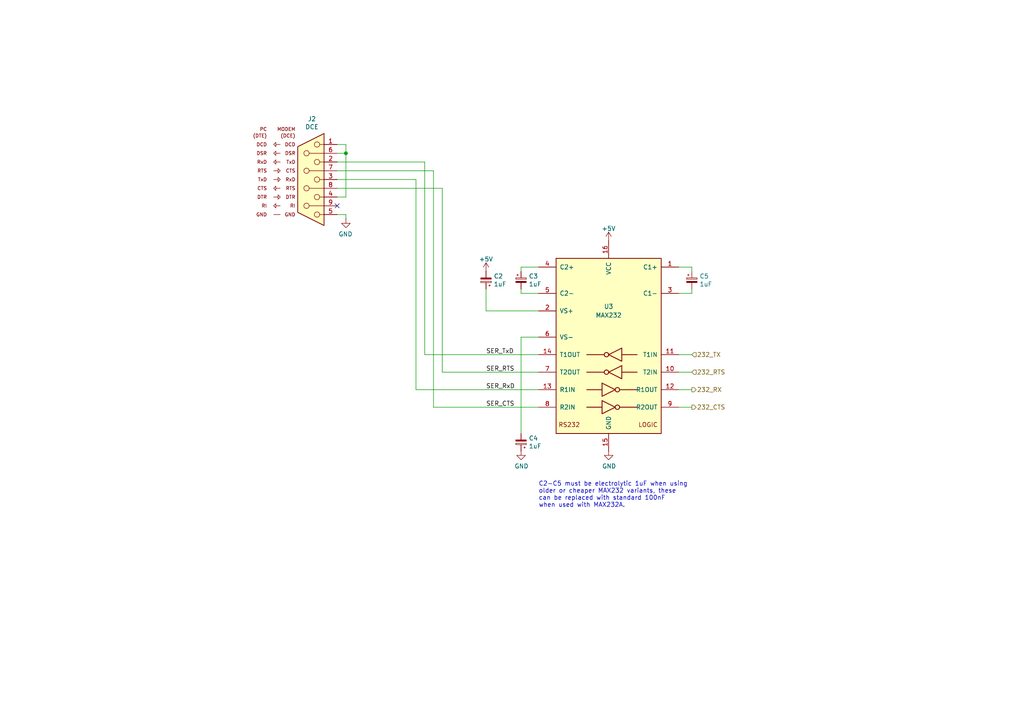
<source format=kicad_sch>
(kicad_sch (version 20231120) (generator "eeschema") (generator_version "8.0")
  (paper "A4")
  (title_block (title "BulkyModem Module (RS-232)") (rev "A"))
  (lib_symbols
    (symbol "Device:C_Polarized_Small" (pin_numbers hide) (pin_names (offset 0.254) hide)
      (property "Reference" "C" (at 0.254 1.778 0))
      (property "Value" "C_Polarized_Small" (at 0.254 -2.032 0))
      (symbol "C_Polarized_Small_0_1"
        (rectangle (start -1.524 -0.3048) (end 1.524 -0.6858) (fill (type outline)))
        (rectangle (start -1.524 0.6858) (end 1.524 0.3048))
        (polyline (pts (xy -1.27 1.524) (xy -0.762 1.524)))
        (polyline (pts (xy -1.016 1.27) (xy -1.016 1.778)))
      )
      (symbol "C_Polarized_Small_1_1"
        (pin passive line (at 0 2.54 270) (length 1.8542) (name "~") (number "1"))
        (pin passive line (at 0 -2.54 90) (length 1.8542) (name "~") (number "2"))
      )
    )
    (symbol "Interface_UART:MAX232" (pin_names (offset 1.016))
      (property "Reference" "U" (at -2.54 28.575 0))
      (property "Value" "MAX232" (at -2.54 26.67 0))
      (symbol "MAX232_0_0"
        (text "LOGIC" (at -11.43 -22.86 0) (effects (font (size 1.27 1.27))))
        (text "RS232" (at 11.43 -22.86 0) (effects (font (size 1.27 1.27))))
      )
      (symbol "MAX232_0_1"
        (rectangle (start -15.24 -25.4) (end 15.24 25.4) (stroke (width 0.254)) (fill (type background)))
        (circle (center -2.54 -17.78) (radius 0.635) (stroke (width 0.254)))
        (circle (center -2.54 -12.7) (radius 0.635) (stroke (width 0.254)))
        (polyline (pts (xy -3.81 -7.62) (xy -8.255 -7.62)) (stroke (width 0.254)))
        (polyline (pts (xy -3.81 -2.54) (xy -8.255 -2.54)) (stroke (width 0.254)))
        (polyline (pts (xy -3.175 -17.78) (xy -8.255 -17.78)) (stroke (width 0.254)))
        (polyline (pts (xy -3.175 -12.7) (xy -8.255 -12.7)) (stroke (width 0.254)))
        (polyline (pts (xy 1.27 -7.62) (xy 6.35 -7.62)) (stroke (width 0.254)))
        (polyline (pts (xy 1.27 -2.54) (xy 6.35 -2.54)) (stroke (width 0.254)))
        (polyline (pts (xy 1.905 -17.78) (xy 6.35 -17.78)) (stroke (width 0.254)))
        (polyline (pts (xy 1.905 -12.7) (xy 6.35 -12.7)) (stroke (width 0.254)))
        (polyline (pts (xy -3.81 -5.715) (xy -3.81 -9.525) (xy 0 -7.62) (xy -3.81 -5.715)) (stroke (width 0.254)))
        (polyline (pts (xy -3.81 -0.635) (xy -3.81 -4.445) (xy 0 -2.54) (xy -3.81 -0.635)) (stroke (width 0.254)))
        (polyline (pts (xy 1.905 -15.875) (xy 1.905 -19.685) (xy -1.905 -17.78) (xy 1.905 -15.875)) (stroke (width 0.254)))
        (polyline (pts (xy 1.905 -10.795) (xy 1.905 -14.605) (xy -1.905 -12.7) (xy 1.905 -10.795)) (stroke (width 0.254)))
        (circle (center 0.635 -7.62) (radius 0.635) (stroke (width 0.254)))
        (circle (center 0.635 -2.54) (radius 0.635) (stroke (width 0.254)))
      )
      (symbol "MAX232_1_1"
        (pin passive line (at -20.32 22.86 0) (length 5.08) (name "C1+") (number "1"))
        (pin input line (at -20.32 -7.62 0) (length 5.08) (name "T2IN") (number "10"))
        (pin input line (at -20.32 -2.54 0) (length 5.08) (name "T1IN") (number "11"))
        (pin output line (at -20.32 -12.7 0) (length 5.08) (name "R1OUT") (number "12"))
        (pin input line (at 20.32 -12.7 180) (length 5.08) (name "R1IN") (number "13"))
        (pin output line (at 20.32 -2.54 180) (length 5.08) (name "T1OUT") (number "14"))
        (pin power_in line (at 0 -30.48 90) (length 5.08) (name "GND") (number "15"))
        (pin power_in line (at 0 30.48 270) (length 5.08) (name "VCC") (number "16"))
        (pin power_out line (at 20.32 10.16 180) (length 5.08) (name "VS+") (number "2"))
        (pin passive line (at -20.32 15.24 0) (length 5.08) (name "C1-") (number "3"))
        (pin passive line (at 20.32 22.86 180) (length 5.08) (name "C2+") (number "4"))
        (pin passive line (at 20.32 15.24 180) (length 5.08) (name "C2-") (number "5"))
        (pin power_out line (at 20.32 2.54 180) (length 5.08) (name "VS-") (number "6"))
        (pin output line (at 20.32 -7.62 180) (length 5.08) (name "T2OUT") (number "7"))
        (pin input line (at 20.32 -17.78 180) (length 5.08) (name "R2IN") (number "8"))
        (pin output line (at -20.32 -17.78 0) (length 5.08) (name "R2OUT") (number "9"))
      )
    )
    (symbol "power:+5V" (power) (pin_numbers hide) (pin_names (offset 0) hide)
      (property "Value" "+5V" (at 0 3.556 0))
      (symbol "+5V_0_1"
        (polyline (pts (xy -0.762 1.27) (xy 0 2.54)))
        (polyline (pts (xy 0 0) (xy 0 2.54)))
        (polyline (pts (xy 0 2.54) (xy 0.762 1.27)))
      )
      (symbol "+5V_1_1"
        (pin power_in line (at 0 0 90) (length 0) (name "~") (number "1"))
      )
    )
    (symbol "power:GND" (power) (pin_numbers hide) (pin_names (offset 0) hide)
      (property "Value" "GND" (at 0 -3.81 0))
      (symbol "GND_0_1"
        (polyline (pts (xy 0 0) (xy 0 -1.27) (xy 1.27 -1.27) (xy 0 -2.54) (xy -1.27 -1.27) (xy 0 -1.27)))
      )
      (symbol "GND_1_1"
        (pin power_in line (at 0 0 270) (length 0) (name "~") (number "1"))
      )
    )
    (symbol "rs232_port:RS232_DCE" (pin_names (offset 1.016) hide)
      (property "Reference" "J" (at 0 13.97 0))
      (property "Value" "RS232_DCE" (at 0 -14.605 0))
      (symbol "RS232_DCE_0_0"
        (text "DSR" (at 4.445 7.62 0) (effects (font (size 0.9906 0.9906)) (justify left)))
      )
      (symbol "RS232_DCE_0_1"
        (circle (center -1.778 -10.16) (radius 0.762))
        (circle (center -1.778 -5.08) (radius 0.762))
        (circle (center -1.778 0) (radius 0.762))
        (circle (center -1.778 5.08) (radius 0.762))
        (circle (center -1.778 10.16) (radius 0.762))
        (polyline (pts (xy -3.81 -10.16) (xy -2.54 -10.16)))
        (polyline (pts (xy -3.81 -7.62) (xy 0.508 -7.62)))
        (polyline (pts (xy -3.81 -5.08) (xy -2.54 -5.08)))
        (polyline (pts (xy -3.81 -2.54) (xy 0.508 -2.54)))
        (polyline (pts (xy -3.81 0) (xy -2.54 0)))
        (polyline (pts (xy -3.81 2.54) (xy 0.508 2.54)))
        (polyline (pts (xy -3.81 5.08) (xy -2.54 5.08)))
        (polyline (pts (xy -3.81 7.62) (xy 0.508 7.62)))
        (polyline (pts (xy -3.81 10.16) (xy -2.54 10.16)))
        (polyline (pts (xy -3.81 13.335) (xy -3.81 -13.335) (xy 3.81 -9.525) (xy 3.81 9.525) (xy -3.81 13.335)) (stroke (width 0.254)) (fill (type background)))
        (circle (center 1.27 -7.62) (radius 0.762))
        (circle (center 1.27 -2.54) (radius 0.762))
        (circle (center 1.27 2.54) (radius 0.762))
        (circle (center 1.27 7.62) (radius 0.762))
      )
      (symbol "RS232_DCE_1_1"
        (polyline (pts (xy 8.89 -10.16) (xy 10.795 -10.16)))
        (polyline (pts (xy 9.525 -5.08) (xy 10.795 -5.08)))
        (polyline (pts (xy 9.525 0) (xy 10.795 0)))
        (polyline (pts (xy 9.525 2.54) (xy 10.795 2.54)))
        (polyline (pts (xy 10.16 -7.62) (xy 8.89 -7.62)))
        (polyline (pts (xy 10.16 -2.54) (xy 8.89 -2.54)))
        (polyline (pts (xy 10.16 5.08) (xy 8.89 5.08)))
        (polyline (pts (xy 10.16 7.62) (xy 8.89 7.62)))
        (polyline (pts (xy 10.16 10.16) (xy 8.89 10.16)))
        (polyline (pts (xy 8.89 -5.08) (xy 9.525 -5.715) (xy 9.525 -4.445) (xy 8.89 -5.08)))
        (polyline (pts (xy 8.89 0) (xy 9.525 -0.635) (xy 9.525 0.635) (xy 8.89 0)))
        (polyline (pts (xy 8.89 2.54) (xy 9.525 1.905) (xy 9.525 3.175) (xy 8.89 2.54)))
        (polyline (pts (xy 10.795 -7.62) (xy 10.16 -6.985) (xy 10.16 -8.255) (xy 10.795 -7.62)))
        (polyline (pts (xy 10.795 -2.54) (xy 10.16 -1.905) (xy 10.16 -3.175) (xy 10.795 -2.54)))
        (polyline (pts (xy 10.795 5.08) (xy 10.16 5.715) (xy 10.16 4.445) (xy 10.795 5.08)))
        (polyline (pts (xy 10.795 7.62) (xy 10.16 8.255) (xy 10.16 6.985) (xy 10.795 7.62)))
        (polyline (pts (xy 10.795 10.16) (xy 10.16 10.795) (xy 10.16 9.525) (xy 10.795 10.16)))
        (text "(DCE)" (at 4.445 12.7 0) (effects (font (size 0.9906 0.9906)) (justify left)))
        (text "(DTE)" (at 12.7 12.7 0) (effects (font (size 0.9906 0.9906)) (justify left)))
        (text "CTS" (at 4.445 2.54 0) (effects (font (size 0.9906 0.9906)) (justify left)))
        (text "CTS" (at 12.7 -2.54 0) (effects (font (size 0.9906 0.9906)) (justify left)))
        (text "DCD" (at 4.445 10.16 0) (effects (font (size 0.9906 0.9906)) (justify left)))
        (text "DCD" (at 12.7 10.16 0) (effects (font (size 0.9906 0.9906)) (justify left)))
        (text "DSR" (at 12.7 7.62 0) (effects (font (size 0.9906 0.9906)) (justify left)))
        (text "DTR" (at 4.445 -5.08 0) (effects (font (size 0.9906 0.9906)) (justify left)))
        (text "DTR" (at 12.7 -5.08 0) (effects (font (size 0.9906 0.9906)) (justify left)))
        (text "GND" (at 4.445 -10.16 0) (effects (font (size 0.9906 0.9906)) (justify left)))
        (text "GND" (at 12.7 -10.16 0) (effects (font (size 0.9906 0.9906)) (justify left)))
        (text "MODEM" (at 4.445 14.605 0) (effects (font (size 0.9906 0.9906)) (justify left)))
        (text "PC" (at 12.7 14.605 0) (effects (font (size 0.9906 0.9906)) (justify left)))
        (text "RI" (at 4.445 -7.62 0) (effects (font (size 0.9906 0.9906)) (justify left)))
        (text "RI" (at 12.7 -7.62 0) (effects (font (size 0.9906 0.9906)) (justify left)))
        (text "RTS" (at 4.445 -2.54 0) (effects (font (size 0.9906 0.9906)) (justify left)))
        (text "RTS" (at 12.7 2.54 0) (effects (font (size 0.9906 0.9906)) (justify left)))
        (text "RxD" (at 4.445 0 0) (effects (font (size 0.9906 0.9906)) (justify left)))
        (text "RxD" (at 12.7 5.08 0) (effects (font (size 0.9906 0.9906)) (justify left)))
        (text "TxD" (at 4.445 5.08 0) (effects (font (size 0.9906 0.9906)) (justify left)))
        (text "TxD" (at 12.7 0 0) (effects (font (size 0.9906 0.9906)) (justify left)))
        (pin input line (at -7.62 10.16 0) (length 3.81) (name "1") (number "1"))
        (pin input line (at -7.62 5.08 0) (length 3.81) (name "2") (number "2"))
        (pin output line (at -7.62 0 0) (length 3.81) (name "3") (number "3"))
        (pin output line (at -7.62 -5.08 0) (length 3.81) (name "4") (number "4"))
        (pin passive line (at -7.62 -10.16 0) (length 3.81) (name "5") (number "5"))
        (pin input line (at -7.62 7.62 0) (length 3.81) (name "6") (number "6"))
        (pin output line (at -7.62 2.54 0) (length 3.81) (name "7") (number "7"))
        (pin input line (at -7.62 -2.54 0) (length 3.81) (name "8") (number "8"))
        (pin input line (at -7.62 -7.62 0) (length 3.81) (name "9") (number "9"))
      )
    )
  )
  (junction (at 100.33 44.45))
  (no_connect (at 97.79 59.69))
  (wire (pts (xy 151.13 77.47) (xy 156.21 77.47)))
  (wire (pts (xy 97.79 54.61) (xy 128.27 54.61)))
  (wire (pts (xy 123.19 46.99) (xy 123.19 102.87)))
  (wire (pts (xy 100.33 41.91) (xy 100.33 44.45)))
  (wire (pts (xy 196.85 102.87) (xy 200.66 102.87)))
  (wire (pts (xy 140.97 90.17) (xy 156.21 90.17)))
  (wire (pts (xy 120.65 52.07) (xy 120.65 113.03)))
  (wire (pts (xy 200.66 83.82) (xy 200.66 85.09)))
  (wire (pts (xy 100.33 62.23) (xy 100.33 63.5)))
  (wire (pts (xy 128.27 107.95) (xy 156.21 107.95)))
  (wire (pts (xy 151.13 97.79) (xy 156.21 97.79)))
  (wire (pts (xy 123.19 102.87) (xy 156.21 102.87)))
  (wire (pts (xy 97.79 57.15) (xy 100.33 57.15)))
  (wire (pts (xy 140.97 83.82) (xy 140.97 90.17)))
  (wire (pts (xy 120.65 113.03) (xy 156.21 113.03)))
  (wire (pts (xy 125.73 118.11) (xy 156.21 118.11)))
  (wire (pts (xy 97.79 52.07) (xy 120.65 52.07)))
  (wire (pts (xy 100.33 44.45) (xy 97.79 44.45)))
  (wire (pts (xy 100.33 57.15) (xy 100.33 44.45)))
  (wire (pts (xy 97.79 49.53) (xy 125.73 49.53)))
  (wire (pts (xy 151.13 83.82) (xy 151.13 85.09)))
  (wire (pts (xy 97.79 41.91) (xy 100.33 41.91)))
  (wire (pts (xy 200.66 77.47) (xy 200.66 78.74)))
  (wire (pts (xy 151.13 97.79) (xy 151.13 125.73)))
  (wire (pts (xy 200.66 77.47) (xy 196.85 77.47)))
  (wire (pts (xy 151.13 77.47) (xy 151.13 78.74)))
  (wire (pts (xy 97.79 62.23) (xy 100.33 62.23)))
  (wire (pts (xy 97.79 46.99) (xy 123.19 46.99)))
  (wire (pts (xy 196.85 107.95) (xy 200.66 107.95)))
  (wire (pts (xy 196.85 118.11) (xy 200.66 118.11)))
  (wire (pts (xy 125.73 49.53) (xy 125.73 118.11)))
  (wire (pts (xy 196.85 113.03) (xy 200.66 113.03)))
  (wire (pts (xy 200.66 85.09) (xy 196.85 85.09)))
  (wire (pts (xy 151.13 85.09) (xy 156.21 85.09)))
  (wire (pts (xy 128.27 54.61) (xy 128.27 107.95)))
  (text "C2-C5 must be electrolytic 1uF when using\nolder or cheaper MAX232 variants, these\ncan be replaced with standard 100nF\nwhen used with MAX232A." (at 156.21 147.32 0) (effects (font (size 1.27 1.27)) (justify left bottom)))
  (label "SER_RxD" (at 140.97 113.03 0))
  (label "SER_CTS" (at 140.97 118.11 0))
  (label "SER_RTS" (at 140.97 107.95 0))
  (label "SER_TxD" (at 140.97 102.87 0))
  (hierarchical_label "232_RTS" (shape input) (at 200.66 107.95 0))
  (hierarchical_label "232_CTS" (shape output) (at 200.66 118.11 0))
  (hierarchical_label "232_RX" (shape output) (at 200.66 113.03 0))
  (hierarchical_label "232_TX" (shape input) (at 200.66 102.87 0))
  (symbol (lib_id "Interface_UART:MAX232") (at 176.53 100.33 0) (mirror y) (unit 1)
    (property "Reference" "U3" (at 176.53 88.9 0))
    (property "Value" "MAX232" (at 176.53 91.44 0))
    (property "Footprint" "Package_DIP:DIP-16_W7.62mm_Socket_LongPads" (effects (hide yes)))
    (property "Datasheet" "http://www.ti.com/lit/ds/symlink/max232.pdf" (effects (hide yes)))
    (property "Description" "Dual RS232 driver/receiver, 5V supply, 120kb/s, 0C-70C" (effects (hide yes)))
  )
  (symbol (lib_id "power:GND") (at 176.53 130.81 0) (unit 1)
    (property "Reference" "#PWR0111" (effects (hide yes)))
    (property "Value" "GND" (at 176.657 135.2042 0))
    (property "Description" "Power symbol creates a global label with name \"GND\" , ground" (effects (hide yes)))
  )
  (symbol (lib_id "power:+5V") (at 176.53 69.85 0) (unit 1)
    (property "Reference" "#PWR0112" (effects (hide yes)))
    (property "Value" "+5V" (at 176.53 66.294 0))
    (property "Description" "Power symbol creates a global label with name \"+5V\"" (effects (hide yes)))
  )
  (symbol (lib_id "power:+5V") (at 140.97 78.74 0) (unit 1)
    (property "Reference" "#PWR0113" (effects (hide yes)))
    (property "Value" "+5V" (at 140.97 75.184 0))
    (property "Description" "Power symbol creates a global label with name \"+5V\"" (effects (hide yes)))
  )
  (symbol (lib_id "power:GND") (at 151.13 130.81 0) (unit 1)
    (property "Reference" "#PWR0114" (effects (hide yes)))
    (property "Value" "GND" (at 151.257 135.2042 0))
    (property "Description" "Power symbol creates a global label with name \"GND\" , ground" (effects (hide yes)))
  )
  (symbol (lib_id "rs232_port:RS232_DCE") (at 90.17 52.07 0) (mirror y) (unit 1)
    (property "Reference" "J2" (at 90.4748 34.4932 0))
    (property "Value" "DCE" (at 90.4748 36.8046 0))
    (property "Footprint" "RND_DSUB:DSUB-9_Female_Horizontal_P2.77x2.84mm_EdgePinOffset7.70mm_Housed_MountingHolesOffset9.12mm" (effects (hide yes)))
    (property "Datasheet" " ~" (effects (hide yes)))
    (property "Description" "9-pin female D-SUB connector" (effects (hide yes)))
  )
  (symbol (lib_id "power:GND") (at 100.33 63.5 0) (mirror y) (unit 1)
    (property "Reference" "#PWR0115" (effects (hide yes)))
    (property "Value" "GND" (at 100.203 67.8942 0))
    (property "Description" "Power symbol creates a global label with name \"GND\" , ground" (effects (hide yes)))
  )
  (symbol (lib_id "Device:C_Polarized_Small") (at 200.66 81.28 0) (unit 1)
    (property "Reference" "C5" (at 202.8952 80.1116 0) (effects (justify left)))
    (property "Value" "1uF" (at 202.8952 82.423 0) (effects (justify left)))
    (property "Footprint" "BulkyModem:CP_Radial_D4.0mm_P2.00mm_Custom" (effects (hide yes)))
    (property "Description" "Polarized capacitor, small symbol" (effects (hide yes)))
  )
  (symbol (lib_id "Device:C_Polarized_Small") (at 151.13 81.28 0) (unit 1)
    (property "Reference" "C3" (at 153.3652 80.1116 0) (effects (justify left)))
    (property "Value" "1uF" (at 153.3652 82.423 0) (effects (justify left)))
    (property "Footprint" "BulkyModem:CP_Radial_D4.0mm_P2.00mm_Custom" (effects (hide yes)))
    (property "Description" "Polarized capacitor, small symbol" (effects (hide yes)))
  )
  (symbol (lib_id "Device:C_Polarized_Small") (at 140.97 81.28 180) (unit 1)
    (property "Reference" "C2" (at 143.2052 80.1116 0) (effects (justify right)))
    (property "Value" "1uF" (at 143.2052 82.423 0) (effects (justify right)))
    (property "Footprint" "BulkyModem:CP_Radial_D4.0mm_P2.00mm_Custom" (effects (hide yes)))
    (property "Description" "Polarized capacitor, small symbol" (effects (hide yes)))
  )
  (symbol (lib_id "Device:C_Polarized_Small") (at 151.13 128.27 180) (unit 1)
    (property "Reference" "C4" (at 153.3652 127.1016 0) (effects (justify right)))
    (property "Value" "1uF" (at 153.3652 129.413 0) (effects (justify right)))
    (property "Footprint" "BulkyModem:CP_Radial_D4.0mm_P2.00mm_Custom" (effects (hide yes)))
    (property "Description" "Polarized capacitor, small symbol" (effects (hide yes)))
  )
)
</source>
